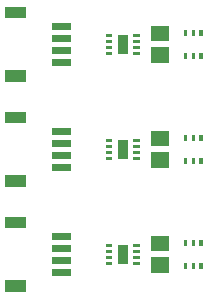
<source format=gbr>
G04 start of page 11 for group -4015 idx -4015 *
G04 Title: (unknown), toppaste *
G04 Creator: pcb 20140316 *
G04 CreationDate: Sat 14 Dec 2019 03:41:57 AM GMT UTC *
G04 For: railfan *
G04 Format: Gerber/RS-274X *
G04 PCB-Dimensions (mil): 900.00 2000.00 *
G04 PCB-Coordinate-Origin: lower left *
%MOIN*%
%FSLAX25Y25*%
%LNTOPPASTE*%
%ADD47R,0.0118X0.0118*%
%ADD46R,0.0354X0.0354*%
%ADD45R,0.0098X0.0098*%
%ADD44R,0.0512X0.0512*%
%ADD43R,0.0384X0.0384*%
%ADD42R,0.0236X0.0236*%
G54D42*X24630Y192406D02*X28370D01*
X24630Y188469D02*X28370D01*
X24630Y184531D02*X28370D01*
X24630Y180594D02*X28370D01*
G54D43*X9620Y175919D02*X12868D01*
X9620Y197081D02*X12868D01*
G54D44*X59107Y182957D02*X59893D01*
X59107Y190043D02*X59893D01*
G54D45*X41783Y189453D02*X42965D01*
X41783Y187484D02*X42965D01*
X41783Y185516D02*X42965D01*
X41783Y183547D02*X42965D01*
X51035D02*X52217D01*
X51035Y185516D02*X52217D01*
X51035Y187484D02*X52217D01*
X51035Y189453D02*X52217D01*
G54D46*X47000Y187878D02*Y185122D01*
G54D47*X73059Y190634D02*Y190043D01*
X70500Y190634D02*Y190043D01*
X67941Y190634D02*Y190043D01*
Y182957D02*Y182366D01*
X70500Y182957D02*Y182366D01*
X73059Y182957D02*Y182366D01*
G54D42*X24630Y157406D02*X28370D01*
X24630Y153469D02*X28370D01*
X24630Y149531D02*X28370D01*
X24630Y145594D02*X28370D01*
G54D43*X9620Y140919D02*X12868D01*
X9620Y162081D02*X12868D01*
G54D44*X59107Y147957D02*X59893D01*
X59107Y155043D02*X59893D01*
G54D45*X41783Y154453D02*X42965D01*
X41783Y152484D02*X42965D01*
X41783Y150516D02*X42965D01*
X41783Y148547D02*X42965D01*
X51035D02*X52217D01*
X51035Y150516D02*X52217D01*
X51035Y152484D02*X52217D01*
X51035Y154453D02*X52217D01*
G54D46*X47000Y152878D02*Y150122D01*
G54D47*X73059Y155634D02*Y155043D01*
X70500Y155634D02*Y155043D01*
X67941Y155634D02*Y155043D01*
Y147957D02*Y147366D01*
X70500Y147957D02*Y147366D01*
X73059Y147957D02*Y147366D01*
G54D42*X24630Y122406D02*X28370D01*
X24630Y118469D02*X28370D01*
X24630Y114531D02*X28370D01*
X24630Y110594D02*X28370D01*
G54D43*X9620Y105919D02*X12868D01*
X9620Y127081D02*X12868D01*
G54D44*X59107Y112957D02*X59893D01*
X59107Y120043D02*X59893D01*
G54D45*X41783Y119453D02*X42965D01*
X41783Y117484D02*X42965D01*
X41783Y115516D02*X42965D01*
X41783Y113547D02*X42965D01*
X51035D02*X52217D01*
X51035Y115516D02*X52217D01*
X51035Y117484D02*X52217D01*
X51035Y119453D02*X52217D01*
G54D46*X47000Y117878D02*Y115122D01*
G54D47*X73059Y120634D02*Y120043D01*
X70500Y120634D02*Y120043D01*
X67941Y120634D02*Y120043D01*
Y112957D02*Y112366D01*
X70500Y112957D02*Y112366D01*
X73059Y112957D02*Y112366D01*
M02*

</source>
